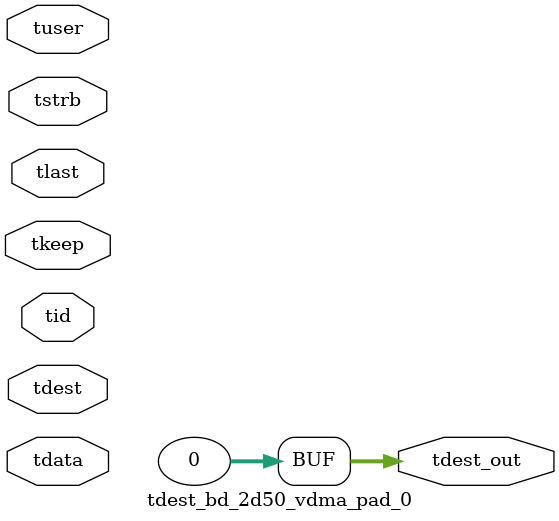
<source format=v>


`timescale 1ps/1ps

module tdest_bd_2d50_vdma_pad_0 #
(
parameter C_S_AXIS_TDATA_WIDTH = 32,
parameter C_S_AXIS_TUSER_WIDTH = 0,
parameter C_S_AXIS_TID_WIDTH   = 0,
parameter C_S_AXIS_TDEST_WIDTH = 0,
parameter C_M_AXIS_TDEST_WIDTH = 32
)
(
input  [(C_S_AXIS_TDATA_WIDTH == 0 ? 1 : C_S_AXIS_TDATA_WIDTH)-1:0     ] tdata,
input  [(C_S_AXIS_TUSER_WIDTH == 0 ? 1 : C_S_AXIS_TUSER_WIDTH)-1:0     ] tuser,
input  [(C_S_AXIS_TID_WIDTH   == 0 ? 1 : C_S_AXIS_TID_WIDTH)-1:0       ] tid,
input  [(C_S_AXIS_TDEST_WIDTH == 0 ? 1 : C_S_AXIS_TDEST_WIDTH)-1:0     ] tdest,
input  [(C_S_AXIS_TDATA_WIDTH/8)-1:0 ] tkeep,
input  [(C_S_AXIS_TDATA_WIDTH/8)-1:0 ] tstrb,
input                                                                    tlast,
output [C_M_AXIS_TDEST_WIDTH-1:0] tdest_out
);

assign tdest_out = {1'b0};

endmodule


</source>
